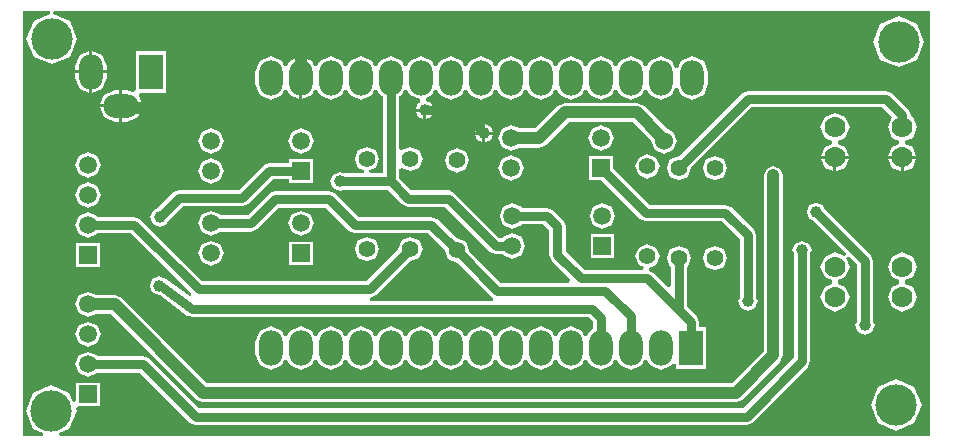
<source format=gtl>
G04*
G04 #@! TF.GenerationSoftware,Altium Limited,Altium Designer,18.0.7 (293)*
G04*
G04 Layer_Physical_Order=1*
G04 Layer_Color=255*
%FSLAX44Y44*%
%MOMM*%
G71*
G01*
G75*
%ADD15C,0.8000*%
%ADD16C,1.0000*%
%ADD17C,3.5000*%
%ADD18C,1.5240*%
%ADD19O,2.0000X3.0000*%
%ADD20R,2.0000X3.0000*%
%ADD21C,1.5000*%
%ADD22R,1.5000X1.5000*%
%ADD23R,2.0000X3.0000*%
%ADD24O,3.0000X2.0000*%
%ADD25O,2.0000X3.0000*%
%ADD26R,1.5000X1.5000*%
%ADD27C,1.4000*%
%ADD28C,1.7780*%
%ADD29C,1.0000*%
G36*
X771091Y2500D02*
X771091Y2500D01*
X33814D01*
X33319Y4991D01*
X41977Y8578D01*
X48330Y23916D01*
X47703Y25429D01*
X49401Y27969D01*
X67769D01*
Y48049D01*
X47689D01*
Y32101D01*
X45149Y31596D01*
X41977Y39253D01*
X26639Y45607D01*
X11301Y39253D01*
X4948Y23916D01*
X11301Y8578D01*
X19960Y4991D01*
X19464Y2500D01*
X2500D01*
Y362865D01*
X25331D01*
X25837Y360325D01*
X11708Y354473D01*
X5355Y339135D01*
X11708Y323797D01*
X27046Y317444D01*
X42384Y323797D01*
X48737Y339135D01*
X42384Y354473D01*
X28255Y360325D01*
X28761Y362865D01*
X771091D01*
Y2500D01*
D02*
G37*
%LPC*%
G36*
X744049Y358279D02*
X728711Y351926D01*
X722358Y336588D01*
X728711Y321250D01*
X744049Y314897D01*
X759387Y321250D01*
X765741Y336588D01*
X759387Y351926D01*
X744049Y358279D01*
D02*
G37*
G36*
X569539Y324552D02*
X559941Y320577D01*
X557474Y314620D01*
X554934D01*
X552467Y320577D01*
X542869Y324552D01*
X533271Y320577D01*
X531439Y316154D01*
X528899D01*
X527067Y320577D01*
X517469Y324552D01*
X507871Y320577D01*
X506039Y316154D01*
X503499D01*
X501667Y320577D01*
X492069Y324552D01*
X482471Y320577D01*
X480639Y316154D01*
X478099D01*
X476267Y320577D01*
X466669Y324552D01*
X457071Y320577D01*
X455239Y316154D01*
X452699D01*
X450867Y320577D01*
X441269Y324552D01*
X431671Y320577D01*
X429839Y316154D01*
X427299D01*
X425467Y320577D01*
X415869Y324552D01*
X406271Y320577D01*
X404439Y316154D01*
X401899D01*
X400067Y320577D01*
X390469Y324552D01*
X380871Y320577D01*
X379039Y316154D01*
X376499D01*
X374667Y320577D01*
X365069Y324552D01*
X355471Y320577D01*
X353639Y316154D01*
X351099D01*
X349267Y320577D01*
X339669Y324552D01*
X330071Y320577D01*
X328239Y316154D01*
X325699D01*
X323867Y320577D01*
X314269Y324552D01*
X304671Y320577D01*
X302839Y316154D01*
X300299D01*
X298467Y320577D01*
X288869Y324552D01*
X279271Y320577D01*
X277439Y316154D01*
X274899D01*
X273067Y320577D01*
X263469Y324552D01*
X253871Y320577D01*
X252039Y316154D01*
X249499D01*
X247667Y320577D01*
X239339Y324026D01*
Y305979D01*
Y287932D01*
X247667Y291382D01*
X249499Y295805D01*
X252039D01*
X253871Y291382D01*
X263469Y287406D01*
X273067Y291382D01*
X274899Y295805D01*
X277439D01*
X279271Y291382D01*
X288869Y287406D01*
X298467Y291382D01*
X300299Y295805D01*
X302839D01*
X304671Y291382D01*
X307190Y290338D01*
Y225428D01*
X296614D01*
X296109Y227968D01*
X301250Y230098D01*
X304275Y237399D01*
X301250Y244701D01*
X293949Y247725D01*
X286647Y244701D01*
X283623Y237399D01*
X286647Y230098D01*
X291789Y227968D01*
X291283Y225428D01*
X273702D01*
X271089Y226511D01*
X265318Y224120D01*
X262928Y218349D01*
X265318Y212579D01*
X271089Y210188D01*
X273702Y211271D01*
X311337D01*
X323741Y198866D01*
X328747Y196793D01*
X360105D01*
X398163Y158734D01*
X403169Y156660D01*
X409204D01*
X409455Y156055D01*
X417139Y152872D01*
X424823Y156055D01*
X428006Y163739D01*
X424823Y171424D01*
X417139Y174606D01*
X409455Y171424D01*
X409204Y170818D01*
X406101D01*
X368042Y208877D01*
X363037Y210950D01*
X331679D01*
X321348Y221281D01*
Y228909D01*
X323888Y229928D01*
X330779Y227073D01*
X338080Y230098D01*
X341105Y237399D01*
X338080Y244701D01*
X330779Y247725D01*
X323888Y244871D01*
X321348Y245890D01*
Y290338D01*
X323867Y291382D01*
X325699Y295805D01*
X328239D01*
X330071Y291382D01*
X338627Y287838D01*
Y285089D01*
X337073Y284445D01*
X335209Y279944D01*
X350479D01*
X348615Y284445D01*
X343886Y286404D01*
Y289153D01*
X349267Y291382D01*
X351099Y295805D01*
X353639D01*
X355471Y291382D01*
X365069Y287406D01*
X374667Y291382D01*
X376499Y295805D01*
X379039D01*
X380871Y291382D01*
X390469Y287406D01*
X400067Y291382D01*
X401899Y295805D01*
X404439D01*
X406271Y291382D01*
X415869Y287406D01*
X425467Y291382D01*
X427299Y295805D01*
X429839D01*
X431671Y291382D01*
X441269Y287406D01*
X450867Y291382D01*
X452699Y295805D01*
X455239D01*
X457071Y291382D01*
X466669Y287406D01*
X476267Y291382D01*
X478099Y295805D01*
X480639D01*
X482471Y291382D01*
X492069Y287406D01*
X501667Y291382D01*
X503499Y295805D01*
X506039D01*
X507871Y291382D01*
X517469Y287406D01*
X527067Y291382D01*
X528899Y295805D01*
X531439D01*
X533271Y291382D01*
X542869Y287406D01*
X552467Y291382D01*
X554934Y297338D01*
X557474D01*
X559941Y291382D01*
X569539Y287406D01*
X579137Y291382D01*
X583112Y300979D01*
Y310979D01*
X579137Y320577D01*
X569539Y324552D01*
D02*
G37*
G36*
X61539Y329176D02*
Y312399D01*
X73842D01*
Y316129D01*
X69867Y325727D01*
X61539Y329176D01*
D02*
G37*
G36*
X58999D02*
X50671Y325727D01*
X46696Y316129D01*
Y312399D01*
X58999D01*
Y329176D01*
D02*
G37*
G36*
X123609Y328669D02*
X98529D01*
Y295386D01*
X95989Y293689D01*
X90669Y295892D01*
X86939D01*
Y283589D01*
X103716D01*
X100626Y291049D01*
X101913Y293589D01*
X123609D01*
Y328669D01*
D02*
G37*
G36*
X73842Y309859D02*
X61539D01*
Y293082D01*
X69867Y296532D01*
X73842Y306129D01*
Y309859D01*
D02*
G37*
G36*
X58999D02*
X46696D01*
Y306129D01*
X50671Y296532D01*
X58999Y293082D01*
Y309859D01*
D02*
G37*
G36*
X212669Y324552D02*
X203071Y320577D01*
X199096Y310979D01*
Y300979D01*
X203071Y291382D01*
X212669Y287406D01*
X222267Y291382D01*
X224099Y295805D01*
X226639D01*
X228471Y291382D01*
X236799Y287932D01*
Y305979D01*
Y324026D01*
X228471Y320577D01*
X226639Y316154D01*
X224099D01*
X222267Y320577D01*
X212669Y324552D01*
D02*
G37*
G36*
X84399Y295892D02*
X80669D01*
X71071Y291917D01*
X67622Y283589D01*
X84399D01*
Y295892D01*
D02*
G37*
G36*
X350479Y277404D02*
X344114D01*
Y271039D01*
X348615Y272903D01*
X350479Y277404D01*
D02*
G37*
G36*
X341574D02*
X335209D01*
X337073Y272903D01*
X341574Y271039D01*
Y277404D01*
D02*
G37*
G36*
X103716Y281049D02*
X86939D01*
Y268746D01*
X90669D01*
X100267Y272722D01*
X103716Y281049D01*
D02*
G37*
G36*
X84399D02*
X67622D01*
X71071Y272722D01*
X80669Y268746D01*
X84399D01*
Y281049D01*
D02*
G37*
G36*
X394279Y266625D02*
Y260259D01*
X400644D01*
X398780Y264760D01*
X394279Y266625D01*
D02*
G37*
G36*
X391739D02*
X387238Y264760D01*
X385374Y260259D01*
X391739D01*
Y266625D01*
D02*
G37*
G36*
X400644Y257719D02*
X394279D01*
Y251354D01*
X398780Y253218D01*
X400644Y257719D01*
D02*
G37*
G36*
X391739D02*
X385374D01*
X387238Y253218D01*
X391739Y251354D01*
Y257719D01*
D02*
G37*
G36*
X492069Y266047D02*
X484385Y262864D01*
X481202Y255179D01*
X484385Y247495D01*
X492069Y244312D01*
X499753Y247495D01*
X502936Y255179D01*
X499753Y262864D01*
X492069Y266047D01*
D02*
G37*
G36*
X238069Y263507D02*
X230385Y260324D01*
X227202Y252639D01*
X230385Y244955D01*
X238069Y241772D01*
X245753Y244955D01*
X248936Y252639D01*
X245753Y260324D01*
X238069Y263507D01*
D02*
G37*
G36*
X161869D02*
X154185Y260324D01*
X151002Y252639D01*
X154185Y244955D01*
X161869Y241772D01*
X169553Y244955D01*
X172736Y252639D01*
X169553Y260324D01*
X161869Y263507D01*
D02*
G37*
G36*
X522549Y284930D02*
X461589D01*
X455818Y282540D01*
X436618Y263340D01*
X422402D01*
X415869Y266047D01*
X408185Y262864D01*
X405002Y255179D01*
X408185Y247495D01*
X415869Y244312D01*
X422402Y247018D01*
X439999D01*
X445770Y249408D01*
X464969Y268608D01*
X519169D01*
X534624Y253152D01*
X534412Y252639D01*
X537633Y244863D01*
X545409Y241642D01*
X553185Y244863D01*
X556406Y252639D01*
X553185Y260415D01*
X548507Y262353D01*
X528320Y282540D01*
X522549Y284930D01*
D02*
G37*
G36*
X733369Y295278D02*
X616529D01*
X611523Y293205D01*
X558332Y240013D01*
X558109Y240105D01*
X550807Y237081D01*
X547783Y229779D01*
X550807Y222478D01*
X558109Y219453D01*
X565410Y222478D01*
X568435Y229779D01*
X568343Y230002D01*
X619461Y281120D01*
X730437D01*
X738615Y272942D01*
X738591Y272817D01*
X734967Y264069D01*
X738591Y255321D01*
X744813Y252744D01*
Y249995D01*
X738591Y247418D01*
X735493Y239939D01*
X747339D01*
X759185D01*
X756087Y247418D01*
X749865Y249995D01*
Y252744D01*
X756087Y255321D01*
X759711Y264069D01*
X756087Y272817D01*
X754418Y273509D01*
Y274229D01*
X752344Y279235D01*
X738374Y293205D01*
X733369Y295278D01*
D02*
G37*
G36*
X690189Y276441D02*
X681441Y272817D01*
X677817Y264069D01*
X681441Y255321D01*
X687663Y252744D01*
Y249995D01*
X681441Y247418D01*
X678343Y239939D01*
X690189D01*
Y238669D01*
D01*
Y239939D01*
X702035D01*
X698937Y247418D01*
X692715Y249995D01*
Y252744D01*
X698937Y255321D01*
X702561Y264069D01*
X698937Y272817D01*
X690189Y276441D01*
D02*
G37*
G36*
X746069Y237399D02*
X735493D01*
X738591Y229921D01*
X746069Y226824D01*
Y237399D01*
D02*
G37*
G36*
X688919D02*
X678343D01*
X681441Y229921D01*
X688919Y226824D01*
Y237399D01*
D02*
G37*
G36*
X702035D02*
X691459D01*
Y226824D01*
X698937Y229921D01*
X702035Y237399D01*
D02*
G37*
G36*
X759185D02*
X748609D01*
Y226824D01*
X756087Y229921D01*
X759185Y237399D01*
D02*
G37*
G36*
X370149Y246455D02*
X362847Y243431D01*
X359823Y236129D01*
X362847Y228828D01*
X370149Y225803D01*
X377450Y228828D01*
X380475Y236129D01*
X377450Y243431D01*
X370149Y246455D01*
D02*
G37*
G36*
X57729Y243186D02*
X50045Y240004D01*
X46862Y232319D01*
X50045Y224635D01*
X57729Y221452D01*
X65413Y224635D01*
X68596Y232319D01*
X65413Y240004D01*
X57729Y243186D01*
D02*
G37*
G36*
X531439Y241375D02*
X524137Y238351D01*
X521113Y231049D01*
X524137Y223748D01*
X531439Y220723D01*
X538741Y223748D01*
X541765Y231049D01*
X538741Y238351D01*
X531439Y241375D01*
D02*
G37*
G36*
X588589Y240105D02*
X581287Y237081D01*
X578263Y229779D01*
X581287Y222478D01*
X588589Y219453D01*
X595891Y222478D01*
X598915Y229779D01*
X595891Y237081D01*
X588589Y240105D01*
D02*
G37*
G36*
X415869Y240646D02*
X408185Y237464D01*
X405002Y229779D01*
X408185Y222095D01*
X415869Y218912D01*
X423553Y222095D01*
X426736Y229779D01*
X423553Y237464D01*
X415869Y240646D01*
D02*
G37*
G36*
X248109Y237279D02*
X228029D01*
Y234318D01*
X211399D01*
X206393Y232245D01*
X185607Y211458D01*
X135199D01*
X130194Y209385D01*
X115531Y194723D01*
X112918Y193640D01*
X110528Y187869D01*
X112918Y182099D01*
X118689Y179708D01*
X124460Y182099D01*
X125542Y184712D01*
X138131Y197300D01*
X188539D01*
X193544Y199374D01*
X214331Y220161D01*
X228029D01*
Y217199D01*
X248109D01*
Y237279D01*
D02*
G37*
G36*
X161869Y238106D02*
X154185Y234924D01*
X151002Y227239D01*
X154185Y219555D01*
X161869Y216372D01*
X169553Y219555D01*
X172736Y227239D01*
X169553Y234924D01*
X161869Y238106D01*
D02*
G37*
G36*
X57729Y217787D02*
X50045Y214604D01*
X46862Y206919D01*
X50045Y199235D01*
X57729Y196052D01*
X65413Y199235D01*
X68596Y206919D01*
X65413Y214604D01*
X57729Y217787D01*
D02*
G37*
G36*
X493339Y200007D02*
X485655Y196824D01*
X482472Y189139D01*
X485655Y181455D01*
X493339Y178272D01*
X501023Y181455D01*
X504206Y189139D01*
X501023Y196824D01*
X493339Y200007D01*
D02*
G37*
G36*
X238069Y193657D02*
X230385Y190474D01*
X227202Y182789D01*
X230385Y175105D01*
X238069Y171922D01*
X245753Y175105D01*
X248936Y182789D01*
X245753Y190474D01*
X238069Y193657D01*
D02*
G37*
G36*
X674314Y200476D02*
X668543Y198085D01*
X666153Y192314D01*
X668543Y186544D01*
X671197Y185444D01*
X671214Y185404D01*
X699319Y157299D01*
X697880Y155146D01*
X697623Y155252D01*
X690189Y158331D01*
X681441Y154707D01*
X677817Y145959D01*
X681441Y137211D01*
X687663Y134634D01*
Y131885D01*
X681441Y129307D01*
X677817Y120559D01*
X681441Y111811D01*
X690189Y108188D01*
X698937Y111811D01*
X702561Y120559D01*
X698937Y129307D01*
X692715Y131885D01*
Y134634D01*
X698937Y137211D01*
X702561Y145959D01*
X699482Y153393D01*
X699375Y153650D01*
X701528Y155089D01*
X708510Y148107D01*
Y99042D01*
X707428Y96429D01*
X709818Y90659D01*
X715589Y88268D01*
X721360Y90659D01*
X723750Y96429D01*
X722668Y99042D01*
Y151039D01*
X720594Y156045D01*
X681224Y195415D01*
X681184Y195432D01*
X680085Y198085D01*
X674314Y200476D01*
D02*
G37*
G36*
X503379Y173779D02*
X483299D01*
Y153699D01*
X503379D01*
Y173779D01*
D02*
G37*
G36*
X262199Y210188D02*
X216479D01*
X211474Y208115D01*
X193227Y189868D01*
X169804D01*
X169553Y190474D01*
X161869Y193657D01*
X154185Y190474D01*
X151002Y182789D01*
X154185Y175105D01*
X161869Y171922D01*
X169553Y175105D01*
X169804Y175711D01*
X196159D01*
X201164Y177784D01*
X219411Y196031D01*
X259267D01*
X278783Y176514D01*
X283789Y174440D01*
X345627D01*
X359915Y160152D01*
X359823Y159929D01*
X362847Y152628D01*
X370149Y149603D01*
X370372Y149696D01*
X399433Y120634D01*
X400920Y120018D01*
X400415Y117478D01*
X296942Y117478D01*
X296489Y119831D01*
X301494Y121904D01*
X330556Y150966D01*
X330779Y150873D01*
X338080Y153898D01*
X341105Y161199D01*
X338080Y168501D01*
X330779Y171525D01*
X323477Y168501D01*
X320453Y161199D01*
X320545Y160977D01*
X293557Y133988D01*
X154641D01*
X102104Y186525D01*
X97099Y188598D01*
X65664D01*
X65413Y189204D01*
X57729Y192386D01*
X50045Y189204D01*
X46862Y181519D01*
X50045Y173835D01*
X57729Y170652D01*
X65413Y173835D01*
X65664Y174440D01*
X94167D01*
X145096Y123511D01*
X144878Y122549D01*
X143972Y121043D01*
X143821Y121036D01*
X124206Y135747D01*
X123829Y135844D01*
X123825Y135855D01*
X118054Y138245D01*
X112283Y135855D01*
X109893Y130084D01*
X112283Y124313D01*
X118054Y121923D01*
X118691Y122187D01*
X141958Y104736D01*
X144132Y104179D01*
X146206Y103321D01*
X481517Y103321D01*
X484990Y99847D01*
Y93020D01*
X482471Y91977D01*
X480639Y87554D01*
X478099D01*
X476267Y91977D01*
X466669Y95953D01*
X457071Y91977D01*
X455239Y87554D01*
X452699D01*
X450867Y91977D01*
X441269Y95953D01*
X431671Y91977D01*
X429839Y87554D01*
X427299D01*
X425467Y91977D01*
X415869Y95953D01*
X406271Y91977D01*
X404439Y87554D01*
X401899D01*
X400067Y91977D01*
X390469Y95953D01*
X380871Y91977D01*
X379039Y87554D01*
X376499D01*
X374667Y91977D01*
X365069Y95953D01*
X355471Y91977D01*
X353639Y87554D01*
X351099D01*
X349267Y91977D01*
X339669Y95953D01*
X330071Y91977D01*
X328239Y87554D01*
X325699D01*
X323867Y91977D01*
X314269Y95953D01*
X304671Y91977D01*
X302839Y87554D01*
X300299D01*
X298467Y91977D01*
X288869Y95953D01*
X279271Y91977D01*
X277439Y87554D01*
X274899D01*
X273067Y91977D01*
X263469Y95953D01*
X253871Y91977D01*
X252039Y87554D01*
X249499D01*
X247667Y91977D01*
X238069Y95953D01*
X228471Y91977D01*
X226639Y87554D01*
X224099D01*
X222267Y91977D01*
X212669Y95953D01*
X203071Y91977D01*
X199096Y82379D01*
Y72379D01*
X203071Y62782D01*
X212669Y58806D01*
X222267Y62782D01*
X224099Y67205D01*
X226639D01*
X228471Y62782D01*
X238069Y58806D01*
X247667Y62782D01*
X249499Y67205D01*
X252039D01*
X253871Y62782D01*
X263469Y58806D01*
X273067Y62782D01*
X274899Y67205D01*
X277439D01*
X279271Y62782D01*
X288869Y58806D01*
X298467Y62782D01*
X300299Y67205D01*
X302839D01*
X304671Y62782D01*
X314269Y58806D01*
X323867Y62782D01*
X325699Y67205D01*
X328239D01*
X330071Y62782D01*
X339669Y58806D01*
X349267Y62782D01*
X351099Y67205D01*
X353639D01*
X355471Y62782D01*
X365069Y58806D01*
X374667Y62782D01*
X376499Y67205D01*
X379039D01*
X380871Y62782D01*
X390469Y58806D01*
X400067Y62782D01*
X401899Y67205D01*
X404439D01*
X406271Y62782D01*
X415869Y58806D01*
X425467Y62782D01*
X427299Y67205D01*
X429839D01*
X431671Y62782D01*
X441269Y58806D01*
X450867Y62782D01*
X452699Y67205D01*
X455239D01*
X457071Y62782D01*
X466669Y58806D01*
X476267Y62782D01*
X478099Y67205D01*
X480639D01*
X482471Y62782D01*
X492069Y58806D01*
X501667Y62782D01*
X503499Y67205D01*
X506039D01*
X507871Y62782D01*
X517469Y58806D01*
X527067Y62782D01*
X528899Y67205D01*
X531439D01*
X533271Y62782D01*
X542869Y58806D01*
X552467Y62782D01*
X553238Y64643D01*
X555729Y64148D01*
Y59839D01*
X580809D01*
Y94919D01*
X575348D01*
Y98969D01*
X573274Y103975D01*
X565188Y112061D01*
Y146186D01*
X565410Y146278D01*
X568435Y153579D01*
X565410Y160881D01*
X558109Y163905D01*
X550807Y160881D01*
X547783Y153579D01*
X550807Y146278D01*
X551030Y146186D01*
Y129538D01*
X548684Y128566D01*
X536064Y141185D01*
X533040Y142437D01*
Y145187D01*
X538741Y147548D01*
X541765Y154849D01*
X538741Y162151D01*
X531439Y165175D01*
X524137Y162151D01*
X521113Y154849D01*
X524137Y147548D01*
X528361Y145798D01*
X527856Y143258D01*
X478111D01*
X462318Y159051D01*
Y180249D01*
X460244Y185255D01*
X451354Y194145D01*
X446349Y196218D01*
X425074D01*
X424823Y196824D01*
X417139Y200007D01*
X409455Y196824D01*
X406272Y189139D01*
X409455Y181455D01*
X417139Y178272D01*
X424823Y181455D01*
X425074Y182061D01*
X443417D01*
X448160Y177317D01*
Y156119D01*
X450233Y151114D01*
X466283Y135065D01*
X465310Y132718D01*
X407371D01*
X380383Y159706D01*
X380475Y159929D01*
X377450Y167231D01*
X370149Y170255D01*
X369926Y170163D01*
X353564Y186525D01*
X348559Y188598D01*
X286721D01*
X267204Y208115D01*
X262199Y210188D01*
D02*
G37*
G36*
X293949Y171525D02*
X286647Y168501D01*
X283623Y161199D01*
X286647Y153898D01*
X293949Y150873D01*
X301250Y153898D01*
X304275Y161199D01*
X301250Y168501D01*
X293949Y171525D01*
D02*
G37*
G36*
X248109Y167429D02*
X228029D01*
Y147349D01*
X248109D01*
Y167429D01*
D02*
G37*
G36*
X161869Y168256D02*
X154185Y165074D01*
X151002Y157389D01*
X154185Y149705D01*
X161869Y146522D01*
X169553Y149705D01*
X172736Y157389D01*
X169553Y165074D01*
X161869Y168256D01*
D02*
G37*
G36*
X67769Y166159D02*
X47689D01*
Y146079D01*
X67769D01*
Y166159D01*
D02*
G37*
G36*
X588589Y163905D02*
X581287Y160881D01*
X578263Y153579D01*
X581287Y146278D01*
X588589Y143253D01*
X595891Y146278D01*
X598915Y153579D01*
X595891Y160881D01*
X588589Y163905D01*
D02*
G37*
G36*
X502109Y239819D02*
X482029D01*
Y219739D01*
X492098D01*
X525163Y186674D01*
X530169Y184601D01*
X594547D01*
X609450Y169697D01*
Y119432D01*
X608368Y116819D01*
X610758Y111048D01*
X616529Y108658D01*
X622300Y111048D01*
X624690Y116819D01*
X623608Y119432D01*
Y172629D01*
X621534Y177635D01*
X602484Y196685D01*
X597479Y198758D01*
X533101D01*
X502109Y229750D01*
Y239819D01*
D02*
G37*
G36*
X747339Y158331D02*
X738591Y154707D01*
X734967Y145959D01*
X738591Y137211D01*
X744813Y134634D01*
Y131885D01*
X738591Y129307D01*
X734967Y120559D01*
X738591Y111811D01*
X747339Y108188D01*
X756087Y111811D01*
X759711Y120559D01*
X756087Y129307D01*
X749865Y131885D01*
Y134634D01*
X756087Y137211D01*
X759711Y145959D01*
X756087Y154707D01*
X747339Y158331D01*
D02*
G37*
G36*
X57729Y99677D02*
X50045Y96494D01*
X46862Y88809D01*
X50045Y81125D01*
X57729Y77942D01*
X65413Y81125D01*
X68596Y88809D01*
X65413Y96494D01*
X57729Y99677D01*
D02*
G37*
G36*
X638119Y231590D02*
X632348Y229200D01*
X629958Y223429D01*
Y74410D01*
X603059Y47511D01*
X158829D01*
X86360Y119980D01*
X80589Y122371D01*
X64262D01*
X57729Y125077D01*
X50045Y121894D01*
X46862Y114209D01*
X50045Y106525D01*
X57729Y103342D01*
X64262Y106048D01*
X77208D01*
X149678Y33579D01*
X155449Y31188D01*
X606439D01*
X612210Y33579D01*
X643890Y65258D01*
X646280Y71029D01*
Y223429D01*
X643890Y229200D01*
X638119Y231590D01*
D02*
G37*
G36*
X662249Y168090D02*
X656478Y165700D01*
X654088Y159929D01*
X655170Y157316D01*
Y68882D01*
X612397Y26108D01*
X152031D01*
X109724Y68415D01*
X104719Y70488D01*
X65664D01*
X65413Y71094D01*
X57729Y74276D01*
X50045Y71094D01*
X46862Y63409D01*
X50045Y55725D01*
X57729Y52542D01*
X65413Y55725D01*
X65664Y56330D01*
X101787D01*
X144093Y14024D01*
X149099Y11951D01*
X615329D01*
X620335Y14024D01*
X667254Y60944D01*
X669328Y65949D01*
Y157316D01*
X670410Y159929D01*
X668020Y165700D01*
X662249Y168090D01*
D02*
G37*
G36*
X742139Y50698D02*
X726801Y44345D01*
X720448Y29007D01*
X726801Y13669D01*
X742139Y7316D01*
X757477Y13669D01*
X763830Y29007D01*
X757477Y44345D01*
X742139Y50698D01*
D02*
G37*
%LPD*%
D15*
X283789Y181519D02*
X348559D01*
X262199Y203109D02*
X283789Y181519D01*
X348559D02*
X370149Y159929D01*
X615329Y19029D02*
X662249Y65949D01*
X149099Y19029D02*
X615329D01*
X104719Y63409D02*
X149099Y19029D01*
X475179Y136179D02*
X531059D01*
X455239Y156119D02*
X475179Y136179D01*
X531059D02*
X558109Y109129D01*
X597479Y191679D02*
X616529Y172629D01*
Y116819D02*
Y172629D01*
X715589Y96429D02*
Y151039D01*
X676219Y190409D02*
X715589Y151039D01*
X403169Y163739D02*
X417139D01*
X363037Y203871D02*
X403169Y163739D01*
X328747Y203871D02*
X363037D01*
X314269Y218349D02*
X328747Y203871D01*
X314269Y218349D02*
Y305979D01*
X271089Y218349D02*
X314269D01*
X118092Y129818D02*
X119959Y130084D01*
X117825Y129780D02*
X118092Y129818D01*
X146206Y110399D02*
X484449Y110399D01*
X119959Y130084D02*
X146206Y110399D01*
X118689Y187869D02*
X135199Y204379D01*
X188539D01*
X97099Y181519D02*
X151709Y126909D01*
X373324Y278674D02*
X393009Y258989D01*
X342844Y278674D02*
X373324D01*
X216479Y203109D02*
X262199D01*
X530169Y191679D02*
X597479D01*
X492069Y229779D02*
X530169Y191679D01*
X662249Y65949D02*
Y157389D01*
X57729Y63409D02*
X104719D01*
X558109Y109129D02*
X568269Y98969D01*
X558109Y109129D02*
Y153579D01*
X568269Y77379D02*
Y98969D01*
X455239Y156119D02*
Y180249D01*
X446349Y189139D02*
X455239Y180249D01*
X417139Y189139D02*
X446349D01*
X484449Y110399D02*
X492069Y102779D01*
X296489Y126909D02*
X330779Y161199D01*
X151709Y126909D02*
X296489D01*
X188539Y204379D02*
X211399Y227239D01*
X238069D01*
X196159Y182789D02*
X216479Y203109D01*
X161869Y182789D02*
X196159D01*
X57729Y181519D02*
X97099D01*
X747339Y264069D02*
Y274229D01*
X733369Y288199D02*
X747339Y274229D01*
X616529Y288199D02*
X733369D01*
X558109Y229779D02*
X616529Y288199D01*
X492069Y77379D02*
Y102779D01*
X495879Y125639D02*
X517469Y104049D01*
X404439Y125639D02*
X495879D01*
X370149Y159929D02*
X404439Y125639D01*
X517469Y77379D02*
Y104049D01*
D16*
X606439Y39349D02*
X638119Y71029D01*
X155449Y39349D02*
X606439D01*
X80589Y114209D02*
X155449Y39349D01*
X238069Y305979D02*
Y332649D01*
X227909Y342809D02*
X238069Y332649D01*
X188539Y342809D02*
X227909D01*
X126309Y280579D02*
X188539Y342809D01*
X96229Y280579D02*
X126309D01*
X638119Y71029D02*
Y223429D01*
X57729Y114209D02*
X80589D01*
X522549Y276769D02*
X544139Y255179D01*
X461589Y276769D02*
X522549D01*
X439999Y255179D02*
X461589Y276769D01*
X415869Y255179D02*
X439999D01*
D17*
X742139Y29007D02*
D03*
X26639Y23916D02*
D03*
X744049Y336588D02*
D03*
X27046Y339135D02*
D03*
D18*
X545409Y252639D02*
D03*
D19*
X517469Y305979D02*
D03*
X542869D02*
D03*
X415869D02*
D03*
X441269D02*
D03*
X466669D02*
D03*
X492069D02*
D03*
X314269D02*
D03*
X339669D02*
D03*
X365069D02*
D03*
X390469D02*
D03*
X288869D02*
D03*
X263469D02*
D03*
X238069D02*
D03*
X212669D02*
D03*
Y77379D02*
D03*
X238069D02*
D03*
X263469D02*
D03*
X288869D02*
D03*
X390469D02*
D03*
X365069D02*
D03*
X339669D02*
D03*
X314269D02*
D03*
X492069D02*
D03*
X466669D02*
D03*
X441269D02*
D03*
X415869D02*
D03*
X542869D02*
D03*
X517469D02*
D03*
X569539Y305979D02*
D03*
D20*
X568269Y77379D02*
D03*
D21*
X57729Y232319D02*
D03*
Y206919D02*
D03*
Y181519D02*
D03*
Y114209D02*
D03*
Y88809D02*
D03*
Y63409D02*
D03*
X417139Y189139D02*
D03*
Y163739D02*
D03*
X493339Y189139D02*
D03*
X415869Y255179D02*
D03*
Y229779D02*
D03*
X492069Y255179D02*
D03*
X161869Y252639D02*
D03*
Y227239D02*
D03*
X238069Y252639D02*
D03*
X161869Y182789D02*
D03*
Y157389D02*
D03*
X238069Y182789D02*
D03*
D22*
X57729Y156119D02*
D03*
Y38009D02*
D03*
D23*
X111069Y311129D02*
D03*
D24*
X85669Y282319D02*
D03*
D25*
X60269Y311129D02*
D03*
D26*
X493339Y163739D02*
D03*
X492069Y229779D02*
D03*
X238069Y227239D02*
D03*
Y157389D02*
D03*
D27*
X588589Y229779D02*
D03*
Y153579D02*
D03*
X558109Y229779D02*
D03*
Y153579D02*
D03*
X531439Y231049D02*
D03*
Y154849D02*
D03*
X370149Y236129D02*
D03*
Y159929D02*
D03*
X330779Y237399D02*
D03*
Y161199D02*
D03*
X293949Y237399D02*
D03*
Y161199D02*
D03*
D28*
X747339Y145959D02*
D03*
Y120559D02*
D03*
X690189Y145959D02*
D03*
Y120559D02*
D03*
X747339Y264069D02*
D03*
Y238669D02*
D03*
X690189Y264069D02*
D03*
Y238669D02*
D03*
D29*
X616529Y116819D02*
D03*
X674314Y192314D02*
D03*
X715589Y96429D02*
D03*
X271089Y218349D02*
D03*
X662249Y159929D02*
D03*
X638119Y223429D02*
D03*
X545409Y252639D02*
D03*
X118054Y130084D02*
D03*
X118689Y187869D02*
D03*
X393009Y258989D02*
D03*
X342844Y278674D02*
D03*
M02*

</source>
